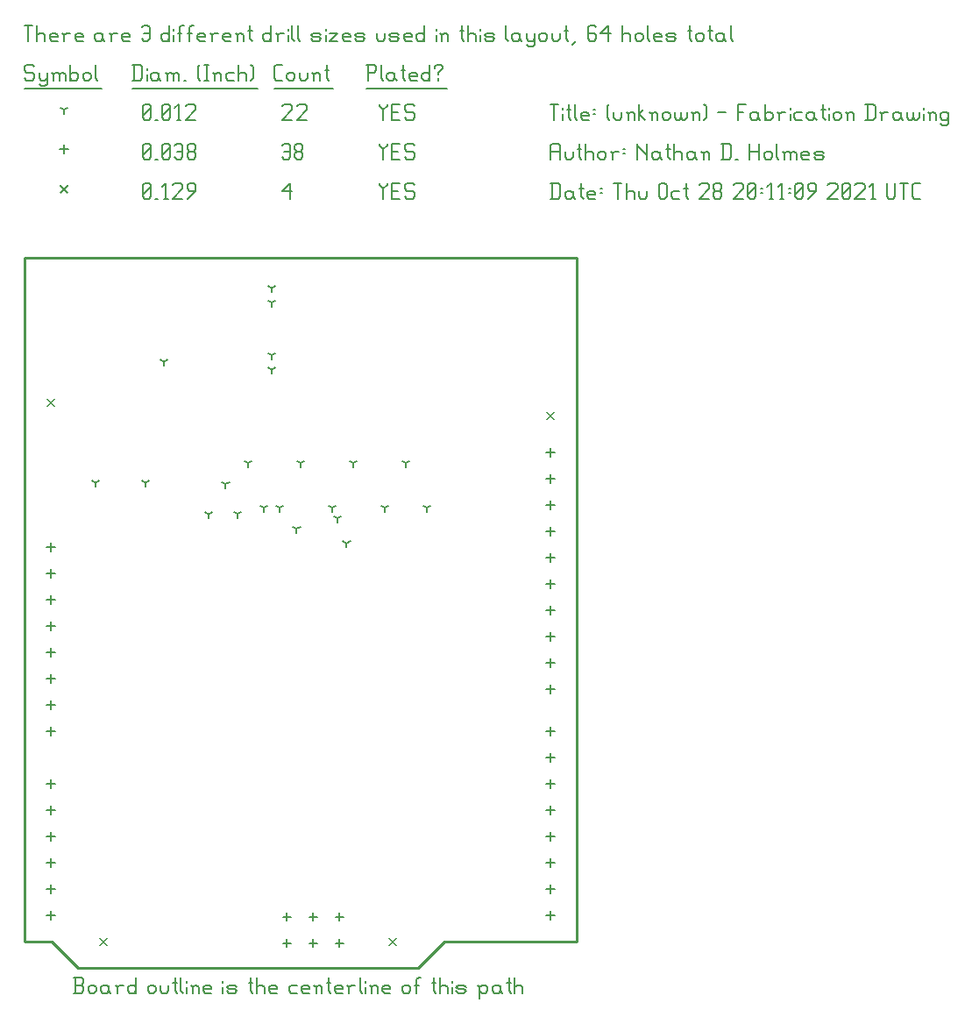
<source format=gbr>
G04 start of page 12 for group -3984 idx -3984 *
G04 Title: (unknown), fab *
G04 Creator: pcb 4.0.2 *
G04 CreationDate: Thu Oct 28 20:11:09 2021 UTC *
G04 For: ndholmes *
G04 Format: Gerber/RS-274X *
G04 PCB-Dimensions (mil): 2100.00 2700.00 *
G04 PCB-Coordinate-Origin: lower left *
%MOIN*%
%FSLAX25Y25*%
%LNFAB*%
%ADD47C,0.0100*%
%ADD46C,0.0060*%
%ADD45C,0.0001*%
G54D45*G36*
X138800Y11766D02*X141766Y8800D01*
X141200Y8234D01*
X138234Y11200D01*
X138800Y11766D01*
G37*
G36*
X138234Y8800D02*X141200Y11766D01*
X141766Y11200D01*
X138800Y8234D01*
X138234Y8800D01*
G37*
G36*
X198800Y211766D02*X201766Y208800D01*
X201200Y208234D01*
X198234Y211200D01*
X198800Y211766D01*
G37*
G36*
X198234Y208800D02*X201200Y211766D01*
X201766Y211200D01*
X198800Y208234D01*
X198234Y208800D01*
G37*
G36*
X8800Y216766D02*X11766Y213800D01*
X11200Y213234D01*
X8234Y216200D01*
X8800Y216766D01*
G37*
G36*
X8234Y213800D02*X11200Y216766D01*
X11766Y216200D01*
X8800Y213234D01*
X8234Y213800D01*
G37*
G36*
X28800Y11766D02*X31766Y8800D01*
X31200Y8234D01*
X28234Y11200D01*
X28800Y11766D01*
G37*
G36*
X28234Y8800D02*X31200Y11766D01*
X31766Y11200D01*
X28800Y8234D01*
X28234Y8800D01*
G37*
G36*
X13800Y298016D02*X16766Y295050D01*
X16200Y294484D01*
X13234Y297450D01*
X13800Y298016D01*
G37*
G36*
X13234Y295050D02*X16200Y298016D01*
X16766Y297450D01*
X13800Y294484D01*
X13234Y295050D01*
G37*
G54D46*X135000Y298500D02*Y297750D01*
X136500Y296250D01*
X138000Y297750D01*
Y298500D02*Y297750D01*
X136500Y296250D02*Y292500D01*
X139800Y295500D02*X142050D01*
X139800Y292500D02*X142800D01*
X139800Y298500D02*Y292500D01*
Y298500D02*X142800D01*
X147600D02*X148350Y297750D01*
X145350Y298500D02*X147600D01*
X144600Y297750D02*X145350Y298500D01*
X144600Y297750D02*Y296250D01*
X145350Y295500D01*
X147600D01*
X148350Y294750D01*
Y293250D01*
X147600Y292500D02*X148350Y293250D01*
X145350Y292500D02*X147600D01*
X144600Y293250D02*X145350Y292500D01*
X98000Y295500D02*X101000Y298500D01*
X98000Y295500D02*X101750D01*
X101000Y298500D02*Y292500D01*
X45000Y293250D02*X45750Y292500D01*
X45000Y297750D02*Y293250D01*
Y297750D02*X45750Y298500D01*
X47250D01*
X48000Y297750D01*
Y293250D01*
X47250Y292500D02*X48000Y293250D01*
X45750Y292500D02*X47250D01*
X45000Y294000D02*X48000Y297000D01*
X49800Y292500D02*X50550D01*
X53100D02*X54600D01*
X53850Y298500D02*Y292500D01*
X52350Y297000D02*X53850Y298500D01*
X56400Y297750D02*X57150Y298500D01*
X59400D01*
X60150Y297750D01*
Y296250D01*
X56400Y292500D02*X60150Y296250D01*
X56400Y292500D02*X60150D01*
X61950D02*X64950Y295500D01*
Y297750D02*Y295500D01*
X64200Y298500D02*X64950Y297750D01*
X62700Y298500D02*X64200D01*
X61950Y297750D02*X62700Y298500D01*
X61950Y297750D02*Y296250D01*
X62700Y295500D01*
X64950D01*
X10000Y161600D02*Y158400D01*
X8400Y160000D02*X11600D01*
X10000Y151600D02*Y148400D01*
X8400Y150000D02*X11600D01*
X10000Y141600D02*Y138400D01*
X8400Y140000D02*X11600D01*
X10000Y131600D02*Y128400D01*
X8400Y130000D02*X11600D01*
X10000Y121600D02*Y118400D01*
X8400Y120000D02*X11600D01*
X10000Y111600D02*Y108400D01*
X8400Y110000D02*X11600D01*
X10000Y101600D02*Y98400D01*
X8400Y100000D02*X11600D01*
X10000Y91600D02*Y88400D01*
X8400Y90000D02*X11600D01*
X10000Y71600D02*Y68400D01*
X8400Y70000D02*X11600D01*
X10000Y61600D02*Y58400D01*
X8400Y60000D02*X11600D01*
X10000Y51600D02*Y48400D01*
X8400Y50000D02*X11600D01*
X10000Y41600D02*Y38400D01*
X8400Y40000D02*X11600D01*
X10000Y31600D02*Y28400D01*
X8400Y30000D02*X11600D01*
X10000Y21600D02*Y18400D01*
X8400Y20000D02*X11600D01*
X200000Y21600D02*Y18400D01*
X198400Y20000D02*X201600D01*
X200000Y31600D02*Y28400D01*
X198400Y30000D02*X201600D01*
X200000Y41600D02*Y38400D01*
X198400Y40000D02*X201600D01*
X200000Y51600D02*Y48400D01*
X198400Y50000D02*X201600D01*
X200000Y61600D02*Y58400D01*
X198400Y60000D02*X201600D01*
X200000Y71600D02*Y68400D01*
X198400Y70000D02*X201600D01*
X200000Y81600D02*Y78400D01*
X198400Y80000D02*X201600D01*
X200000Y91600D02*Y88400D01*
X198400Y90000D02*X201600D01*
X200000Y107600D02*Y104400D01*
X198400Y106000D02*X201600D01*
X200000Y117600D02*Y114400D01*
X198400Y116000D02*X201600D01*
X200000Y127600D02*Y124400D01*
X198400Y126000D02*X201600D01*
X200000Y137600D02*Y134400D01*
X198400Y136000D02*X201600D01*
X200000Y147600D02*Y144400D01*
X198400Y146000D02*X201600D01*
X200000Y157600D02*Y154400D01*
X198400Y156000D02*X201600D01*
X200000Y167600D02*Y164400D01*
X198400Y166000D02*X201600D01*
X200000Y177600D02*Y174400D01*
X198400Y176000D02*X201600D01*
X200000Y187600D02*Y184400D01*
X198400Y186000D02*X201600D01*
X200000Y197600D02*Y194400D01*
X198400Y196000D02*X201600D01*
X119803Y21049D02*Y17849D01*
X118203Y19449D02*X121403D01*
X109803Y21049D02*Y17849D01*
X108203Y19449D02*X111403D01*
X99803Y21049D02*Y17849D01*
X98203Y19449D02*X101403D01*
X119803Y11049D02*Y7849D01*
X118203Y9449D02*X121403D01*
X109803Y11049D02*Y7849D01*
X108203Y9449D02*X111403D01*
X99803Y11049D02*Y7849D01*
X98203Y9449D02*X101403D01*
X15000Y312850D02*Y309650D01*
X13400Y311250D02*X16600D01*
X135000Y313500D02*Y312750D01*
X136500Y311250D01*
X138000Y312750D01*
Y313500D02*Y312750D01*
X136500Y311250D02*Y307500D01*
X139800Y310500D02*X142050D01*
X139800Y307500D02*X142800D01*
X139800Y313500D02*Y307500D01*
Y313500D02*X142800D01*
X147600D02*X148350Y312750D01*
X145350Y313500D02*X147600D01*
X144600Y312750D02*X145350Y313500D01*
X144600Y312750D02*Y311250D01*
X145350Y310500D01*
X147600D01*
X148350Y309750D01*
Y308250D01*
X147600Y307500D02*X148350Y308250D01*
X145350Y307500D02*X147600D01*
X144600Y308250D02*X145350Y307500D01*
X98000Y312750D02*X98750Y313500D01*
X100250D01*
X101000Y312750D01*
Y308250D01*
X100250Y307500D02*X101000Y308250D01*
X98750Y307500D02*X100250D01*
X98000Y308250D02*X98750Y307500D01*
Y310500D02*X101000D01*
X102800Y308250D02*X103550Y307500D01*
X102800Y309750D02*Y308250D01*
Y309750D02*X103550Y310500D01*
X105050D01*
X105800Y309750D01*
Y308250D01*
X105050Y307500D02*X105800Y308250D01*
X103550Y307500D02*X105050D01*
X102800Y311250D02*X103550Y310500D01*
X102800Y312750D02*Y311250D01*
Y312750D02*X103550Y313500D01*
X105050D01*
X105800Y312750D01*
Y311250D01*
X105050Y310500D02*X105800Y311250D01*
X45000Y308250D02*X45750Y307500D01*
X45000Y312750D02*Y308250D01*
Y312750D02*X45750Y313500D01*
X47250D01*
X48000Y312750D01*
Y308250D01*
X47250Y307500D02*X48000Y308250D01*
X45750Y307500D02*X47250D01*
X45000Y309000D02*X48000Y312000D01*
X49800Y307500D02*X50550D01*
X52350Y308250D02*X53100Y307500D01*
X52350Y312750D02*Y308250D01*
Y312750D02*X53100Y313500D01*
X54600D01*
X55350Y312750D01*
Y308250D01*
X54600Y307500D02*X55350Y308250D01*
X53100Y307500D02*X54600D01*
X52350Y309000D02*X55350Y312000D01*
X57150Y312750D02*X57900Y313500D01*
X59400D01*
X60150Y312750D01*
Y308250D01*
X59400Y307500D02*X60150Y308250D01*
X57900Y307500D02*X59400D01*
X57150Y308250D02*X57900Y307500D01*
Y310500D02*X60150D01*
X61950Y308250D02*X62700Y307500D01*
X61950Y309750D02*Y308250D01*
Y309750D02*X62700Y310500D01*
X64200D01*
X64950Y309750D01*
Y308250D01*
X64200Y307500D02*X64950Y308250D01*
X62700Y307500D02*X64200D01*
X61950Y311250D02*X62700Y310500D01*
X61950Y312750D02*Y311250D01*
Y312750D02*X62700Y313500D01*
X64200D01*
X64950Y312750D01*
Y311250D01*
X64200Y310500D02*X64950Y311250D01*
X105000Y192000D02*Y190400D01*
Y192000D02*X106387Y192800D01*
X105000Y192000D02*X103613Y192800D01*
X125000Y192000D02*Y190400D01*
Y192000D02*X126387Y192800D01*
X125000Y192000D02*X123613Y192800D01*
X145000Y192000D02*Y190400D01*
Y192000D02*X146387Y192800D01*
X145000Y192000D02*X143613Y192800D01*
X85000Y192000D02*Y190400D01*
Y192000D02*X86387Y192800D01*
X85000Y192000D02*X83613Y192800D01*
X94000Y258500D02*Y256900D01*
Y258500D02*X95387Y259300D01*
X94000Y258500D02*X92613Y259300D01*
X94000Y253000D02*Y251400D01*
Y253000D02*X95387Y253800D01*
X94000Y253000D02*X92613Y253800D01*
X94000Y227500D02*Y225900D01*
Y227500D02*X95387Y228300D01*
X94000Y227500D02*X92613Y228300D01*
X94000Y233000D02*Y231400D01*
Y233000D02*X95387Y233800D01*
X94000Y233000D02*X92613Y233800D01*
X70000Y172500D02*Y170900D01*
Y172500D02*X71387Y173300D01*
X70000Y172500D02*X68613Y173300D01*
X97000Y175000D02*Y173400D01*
Y175000D02*X98387Y175800D01*
X97000Y175000D02*X95613Y175800D01*
X117000Y175000D02*Y173400D01*
Y175000D02*X118387Y175800D01*
X117000Y175000D02*X115613Y175800D01*
X137000Y175000D02*Y173400D01*
Y175000D02*X138387Y175800D01*
X137000Y175000D02*X135613Y175800D01*
X81043Y172543D02*Y170943D01*
Y172543D02*X82430Y173343D01*
X81043Y172543D02*X79656Y173343D01*
X91000Y175000D02*Y173400D01*
Y175000D02*X92387Y175800D01*
X91000Y175000D02*X89613Y175800D01*
X119000Y171000D02*Y169400D01*
Y171000D02*X120387Y171800D01*
X119000Y171000D02*X117613Y171800D01*
X76500Y184000D02*Y182400D01*
Y184000D02*X77887Y184800D01*
X76500Y184000D02*X75113Y184800D01*
X103500Y167000D02*Y165400D01*
Y167000D02*X104887Y167800D01*
X103500Y167000D02*X102113Y167800D01*
X122500Y161500D02*Y159900D01*
Y161500D02*X123887Y162300D01*
X122500Y161500D02*X121113Y162300D01*
X153000Y175000D02*Y173400D01*
Y175000D02*X154387Y175800D01*
X153000Y175000D02*X151613Y175800D01*
X53000Y230500D02*Y228900D01*
Y230500D02*X54387Y231300D01*
X53000Y230500D02*X51613Y231300D01*
X27000Y184500D02*Y182900D01*
Y184500D02*X28387Y185300D01*
X27000Y184500D02*X25613Y185300D01*
X46000Y184500D02*Y182900D01*
Y184500D02*X47387Y185300D01*
X46000Y184500D02*X44613Y185300D01*
X15000Y326250D02*Y324650D01*
Y326250D02*X16387Y327050D01*
X15000Y326250D02*X13613Y327050D01*
X135000Y328500D02*Y327750D01*
X136500Y326250D01*
X138000Y327750D01*
Y328500D02*Y327750D01*
X136500Y326250D02*Y322500D01*
X139800Y325500D02*X142050D01*
X139800Y322500D02*X142800D01*
X139800Y328500D02*Y322500D01*
Y328500D02*X142800D01*
X147600D02*X148350Y327750D01*
X145350Y328500D02*X147600D01*
X144600Y327750D02*X145350Y328500D01*
X144600Y327750D02*Y326250D01*
X145350Y325500D01*
X147600D01*
X148350Y324750D01*
Y323250D01*
X147600Y322500D02*X148350Y323250D01*
X145350Y322500D02*X147600D01*
X144600Y323250D02*X145350Y322500D01*
X98000Y327750D02*X98750Y328500D01*
X101000D01*
X101750Y327750D01*
Y326250D01*
X98000Y322500D02*X101750Y326250D01*
X98000Y322500D02*X101750D01*
X103550Y327750D02*X104300Y328500D01*
X106550D01*
X107300Y327750D01*
Y326250D01*
X103550Y322500D02*X107300Y326250D01*
X103550Y322500D02*X107300D01*
X45000Y323250D02*X45750Y322500D01*
X45000Y327750D02*Y323250D01*
Y327750D02*X45750Y328500D01*
X47250D01*
X48000Y327750D01*
Y323250D01*
X47250Y322500D02*X48000Y323250D01*
X45750Y322500D02*X47250D01*
X45000Y324000D02*X48000Y327000D01*
X49800Y322500D02*X50550D01*
X52350Y323250D02*X53100Y322500D01*
X52350Y327750D02*Y323250D01*
Y327750D02*X53100Y328500D01*
X54600D01*
X55350Y327750D01*
Y323250D01*
X54600Y322500D02*X55350Y323250D01*
X53100Y322500D02*X54600D01*
X52350Y324000D02*X55350Y327000D01*
X57900Y322500D02*X59400D01*
X58650Y328500D02*Y322500D01*
X57150Y327000D02*X58650Y328500D01*
X61200Y327750D02*X61950Y328500D01*
X64200D01*
X64950Y327750D01*
Y326250D01*
X61200Y322500D02*X64950Y326250D01*
X61200Y322500D02*X64950D01*
X3000Y343500D02*X3750Y342750D01*
X750Y343500D02*X3000D01*
X0Y342750D02*X750Y343500D01*
X0Y342750D02*Y341250D01*
X750Y340500D01*
X3000D01*
X3750Y339750D01*
Y338250D01*
X3000Y337500D02*X3750Y338250D01*
X750Y337500D02*X3000D01*
X0Y338250D02*X750Y337500D01*
X5550Y340500D02*Y338250D01*
X6300Y337500D01*
X8550Y340500D02*Y336000D01*
X7800Y335250D02*X8550Y336000D01*
X6300Y335250D02*X7800D01*
X5550Y336000D02*X6300Y335250D01*
Y337500D02*X7800D01*
X8550Y338250D01*
X11100Y339750D02*Y337500D01*
Y339750D02*X11850Y340500D01*
X12600D01*
X13350Y339750D01*
Y337500D01*
Y339750D02*X14100Y340500D01*
X14850D01*
X15600Y339750D01*
Y337500D01*
X10350Y340500D02*X11100Y339750D01*
X17400Y343500D02*Y337500D01*
Y338250D02*X18150Y337500D01*
X19650D01*
X20400Y338250D01*
Y339750D02*Y338250D01*
X19650Y340500D02*X20400Y339750D01*
X18150Y340500D02*X19650D01*
X17400Y339750D02*X18150Y340500D01*
X22200Y339750D02*Y338250D01*
Y339750D02*X22950Y340500D01*
X24450D01*
X25200Y339750D01*
Y338250D01*
X24450Y337500D02*X25200Y338250D01*
X22950Y337500D02*X24450D01*
X22200Y338250D02*X22950Y337500D01*
X27000Y343500D02*Y338250D01*
X27750Y337500D01*
X0Y334250D02*X29250D01*
X41750Y343500D02*Y337500D01*
X44000Y343500D02*X44750Y342750D01*
Y338250D01*
X44000Y337500D02*X44750Y338250D01*
X41000Y337500D02*X44000D01*
X41000Y343500D02*X44000D01*
X46550Y342000D02*Y341250D01*
Y339750D02*Y337500D01*
X50300Y340500D02*X51050Y339750D01*
X48800Y340500D02*X50300D01*
X48050Y339750D02*X48800Y340500D01*
X48050Y339750D02*Y338250D01*
X48800Y337500D01*
X51050Y340500D02*Y338250D01*
X51800Y337500D01*
X48800D02*X50300D01*
X51050Y338250D01*
X54350Y339750D02*Y337500D01*
Y339750D02*X55100Y340500D01*
X55850D01*
X56600Y339750D01*
Y337500D01*
Y339750D02*X57350Y340500D01*
X58100D01*
X58850Y339750D01*
Y337500D01*
X53600Y340500D02*X54350Y339750D01*
X60650Y337500D02*X61400D01*
X65900Y338250D02*X66650Y337500D01*
X65900Y342750D02*X66650Y343500D01*
X65900Y342750D02*Y338250D01*
X68450Y343500D02*X69950D01*
X69200D02*Y337500D01*
X68450D02*X69950D01*
X72500Y339750D02*Y337500D01*
Y339750D02*X73250Y340500D01*
X74000D01*
X74750Y339750D01*
Y337500D01*
X71750Y340500D02*X72500Y339750D01*
X77300Y340500D02*X79550D01*
X76550Y339750D02*X77300Y340500D01*
X76550Y339750D02*Y338250D01*
X77300Y337500D01*
X79550D01*
X81350Y343500D02*Y337500D01*
Y339750D02*X82100Y340500D01*
X83600D01*
X84350Y339750D01*
Y337500D01*
X86150Y343500D02*X86900Y342750D01*
Y338250D01*
X86150Y337500D02*X86900Y338250D01*
X41000Y334250D02*X88700D01*
X95750Y337500D02*X98000D01*
X95000Y338250D02*X95750Y337500D01*
X95000Y342750D02*Y338250D01*
Y342750D02*X95750Y343500D01*
X98000D01*
X99800Y339750D02*Y338250D01*
Y339750D02*X100550Y340500D01*
X102050D01*
X102800Y339750D01*
Y338250D01*
X102050Y337500D02*X102800Y338250D01*
X100550Y337500D02*X102050D01*
X99800Y338250D02*X100550Y337500D01*
X104600Y340500D02*Y338250D01*
X105350Y337500D01*
X106850D01*
X107600Y338250D01*
Y340500D02*Y338250D01*
X110150Y339750D02*Y337500D01*
Y339750D02*X110900Y340500D01*
X111650D01*
X112400Y339750D01*
Y337500D01*
X109400Y340500D02*X110150Y339750D01*
X114950Y343500D02*Y338250D01*
X115700Y337500D01*
X114200Y341250D02*X115700D01*
X95000Y334250D02*X117200D01*
X130750Y343500D02*Y337500D01*
X130000Y343500D02*X133000D01*
X133750Y342750D01*
Y341250D01*
X133000Y340500D02*X133750Y341250D01*
X130750Y340500D02*X133000D01*
X135550Y343500D02*Y338250D01*
X136300Y337500D01*
X140050Y340500D02*X140800Y339750D01*
X138550Y340500D02*X140050D01*
X137800Y339750D02*X138550Y340500D01*
X137800Y339750D02*Y338250D01*
X138550Y337500D01*
X140800Y340500D02*Y338250D01*
X141550Y337500D01*
X138550D02*X140050D01*
X140800Y338250D01*
X144100Y343500D02*Y338250D01*
X144850Y337500D01*
X143350Y341250D02*X144850D01*
X147100Y337500D02*X149350D01*
X146350Y338250D02*X147100Y337500D01*
X146350Y339750D02*Y338250D01*
Y339750D02*X147100Y340500D01*
X148600D01*
X149350Y339750D01*
X146350Y339000D02*X149350D01*
Y339750D02*Y339000D01*
X154150Y343500D02*Y337500D01*
X153400D02*X154150Y338250D01*
X151900Y337500D02*X153400D01*
X151150Y338250D02*X151900Y337500D01*
X151150Y339750D02*Y338250D01*
Y339750D02*X151900Y340500D01*
X153400D01*
X154150Y339750D01*
X157450Y340500D02*Y339750D01*
Y338250D02*Y337500D01*
X155950Y342750D02*Y342000D01*
Y342750D02*X156700Y343500D01*
X158200D01*
X158950Y342750D01*
Y342000D01*
X157450Y340500D02*X158950Y342000D01*
X130000Y334250D02*X160750D01*
X0Y358500D02*X3000D01*
X1500D02*Y352500D01*
X4800Y358500D02*Y352500D01*
Y354750D02*X5550Y355500D01*
X7050D01*
X7800Y354750D01*
Y352500D01*
X10350D02*X12600D01*
X9600Y353250D02*X10350Y352500D01*
X9600Y354750D02*Y353250D01*
Y354750D02*X10350Y355500D01*
X11850D01*
X12600Y354750D01*
X9600Y354000D02*X12600D01*
Y354750D02*Y354000D01*
X15150Y354750D02*Y352500D01*
Y354750D02*X15900Y355500D01*
X17400D01*
X14400D02*X15150Y354750D01*
X19950Y352500D02*X22200D01*
X19200Y353250D02*X19950Y352500D01*
X19200Y354750D02*Y353250D01*
Y354750D02*X19950Y355500D01*
X21450D01*
X22200Y354750D01*
X19200Y354000D02*X22200D01*
Y354750D02*Y354000D01*
X28950Y355500D02*X29700Y354750D01*
X27450Y355500D02*X28950D01*
X26700Y354750D02*X27450Y355500D01*
X26700Y354750D02*Y353250D01*
X27450Y352500D01*
X29700Y355500D02*Y353250D01*
X30450Y352500D01*
X27450D02*X28950D01*
X29700Y353250D01*
X33000Y354750D02*Y352500D01*
Y354750D02*X33750Y355500D01*
X35250D01*
X32250D02*X33000Y354750D01*
X37800Y352500D02*X40050D01*
X37050Y353250D02*X37800Y352500D01*
X37050Y354750D02*Y353250D01*
Y354750D02*X37800Y355500D01*
X39300D01*
X40050Y354750D01*
X37050Y354000D02*X40050D01*
Y354750D02*Y354000D01*
X44550Y357750D02*X45300Y358500D01*
X46800D01*
X47550Y357750D01*
Y353250D01*
X46800Y352500D02*X47550Y353250D01*
X45300Y352500D02*X46800D01*
X44550Y353250D02*X45300Y352500D01*
Y355500D02*X47550D01*
X55050Y358500D02*Y352500D01*
X54300D02*X55050Y353250D01*
X52800Y352500D02*X54300D01*
X52050Y353250D02*X52800Y352500D01*
X52050Y354750D02*Y353250D01*
Y354750D02*X52800Y355500D01*
X54300D01*
X55050Y354750D01*
X56850Y357000D02*Y356250D01*
Y354750D02*Y352500D01*
X59100Y357750D02*Y352500D01*
Y357750D02*X59850Y358500D01*
X60600D01*
X58350Y355500D02*X59850D01*
X62850Y357750D02*Y352500D01*
Y357750D02*X63600Y358500D01*
X64350D01*
X62100Y355500D02*X63600D01*
X66600Y352500D02*X68850D01*
X65850Y353250D02*X66600Y352500D01*
X65850Y354750D02*Y353250D01*
Y354750D02*X66600Y355500D01*
X68100D01*
X68850Y354750D01*
X65850Y354000D02*X68850D01*
Y354750D02*Y354000D01*
X71400Y354750D02*Y352500D01*
Y354750D02*X72150Y355500D01*
X73650D01*
X70650D02*X71400Y354750D01*
X76200Y352500D02*X78450D01*
X75450Y353250D02*X76200Y352500D01*
X75450Y354750D02*Y353250D01*
Y354750D02*X76200Y355500D01*
X77700D01*
X78450Y354750D01*
X75450Y354000D02*X78450D01*
Y354750D02*Y354000D01*
X81000Y354750D02*Y352500D01*
Y354750D02*X81750Y355500D01*
X82500D01*
X83250Y354750D01*
Y352500D01*
X80250Y355500D02*X81000Y354750D01*
X85800Y358500D02*Y353250D01*
X86550Y352500D01*
X85050Y356250D02*X86550D01*
X93750Y358500D02*Y352500D01*
X93000D02*X93750Y353250D01*
X91500Y352500D02*X93000D01*
X90750Y353250D02*X91500Y352500D01*
X90750Y354750D02*Y353250D01*
Y354750D02*X91500Y355500D01*
X93000D01*
X93750Y354750D01*
X96300D02*Y352500D01*
Y354750D02*X97050Y355500D01*
X98550D01*
X95550D02*X96300Y354750D01*
X100350Y357000D02*Y356250D01*
Y354750D02*Y352500D01*
X101850Y358500D02*Y353250D01*
X102600Y352500D01*
X104100Y358500D02*Y353250D01*
X104850Y352500D01*
X109800D02*X112050D01*
X112800Y353250D01*
X112050Y354000D02*X112800Y353250D01*
X109800Y354000D02*X112050D01*
X109050Y354750D02*X109800Y354000D01*
X109050Y354750D02*X109800Y355500D01*
X112050D01*
X112800Y354750D01*
X109050Y353250D02*X109800Y352500D01*
X114600Y357000D02*Y356250D01*
Y354750D02*Y352500D01*
X116100Y355500D02*X119100D01*
X116100Y352500D02*X119100Y355500D01*
X116100Y352500D02*X119100D01*
X121650D02*X123900D01*
X120900Y353250D02*X121650Y352500D01*
X120900Y354750D02*Y353250D01*
Y354750D02*X121650Y355500D01*
X123150D01*
X123900Y354750D01*
X120900Y354000D02*X123900D01*
Y354750D02*Y354000D01*
X126450Y352500D02*X128700D01*
X129450Y353250D01*
X128700Y354000D02*X129450Y353250D01*
X126450Y354000D02*X128700D01*
X125700Y354750D02*X126450Y354000D01*
X125700Y354750D02*X126450Y355500D01*
X128700D01*
X129450Y354750D01*
X125700Y353250D02*X126450Y352500D01*
X133950Y355500D02*Y353250D01*
X134700Y352500D01*
X136200D01*
X136950Y353250D01*
Y355500D02*Y353250D01*
X139500Y352500D02*X141750D01*
X142500Y353250D01*
X141750Y354000D02*X142500Y353250D01*
X139500Y354000D02*X141750D01*
X138750Y354750D02*X139500Y354000D01*
X138750Y354750D02*X139500Y355500D01*
X141750D01*
X142500Y354750D01*
X138750Y353250D02*X139500Y352500D01*
X145050D02*X147300D01*
X144300Y353250D02*X145050Y352500D01*
X144300Y354750D02*Y353250D01*
Y354750D02*X145050Y355500D01*
X146550D01*
X147300Y354750D01*
X144300Y354000D02*X147300D01*
Y354750D02*Y354000D01*
X152100Y358500D02*Y352500D01*
X151350D02*X152100Y353250D01*
X149850Y352500D02*X151350D01*
X149100Y353250D02*X149850Y352500D01*
X149100Y354750D02*Y353250D01*
Y354750D02*X149850Y355500D01*
X151350D01*
X152100Y354750D01*
X156600Y357000D02*Y356250D01*
Y354750D02*Y352500D01*
X158850Y354750D02*Y352500D01*
Y354750D02*X159600Y355500D01*
X160350D01*
X161100Y354750D01*
Y352500D01*
X158100Y355500D02*X158850Y354750D01*
X166350Y358500D02*Y353250D01*
X167100Y352500D01*
X165600Y356250D02*X167100D01*
X168600Y358500D02*Y352500D01*
Y354750D02*X169350Y355500D01*
X170850D01*
X171600Y354750D01*
Y352500D01*
X173400Y357000D02*Y356250D01*
Y354750D02*Y352500D01*
X175650D02*X177900D01*
X178650Y353250D01*
X177900Y354000D02*X178650Y353250D01*
X175650Y354000D02*X177900D01*
X174900Y354750D02*X175650Y354000D01*
X174900Y354750D02*X175650Y355500D01*
X177900D01*
X178650Y354750D01*
X174900Y353250D02*X175650Y352500D01*
X183150Y358500D02*Y353250D01*
X183900Y352500D01*
X187650Y355500D02*X188400Y354750D01*
X186150Y355500D02*X187650D01*
X185400Y354750D02*X186150Y355500D01*
X185400Y354750D02*Y353250D01*
X186150Y352500D01*
X188400Y355500D02*Y353250D01*
X189150Y352500D01*
X186150D02*X187650D01*
X188400Y353250D01*
X190950Y355500D02*Y353250D01*
X191700Y352500D01*
X193950Y355500D02*Y351000D01*
X193200Y350250D02*X193950Y351000D01*
X191700Y350250D02*X193200D01*
X190950Y351000D02*X191700Y350250D01*
Y352500D02*X193200D01*
X193950Y353250D01*
X195750Y354750D02*Y353250D01*
Y354750D02*X196500Y355500D01*
X198000D01*
X198750Y354750D01*
Y353250D01*
X198000Y352500D02*X198750Y353250D01*
X196500Y352500D02*X198000D01*
X195750Y353250D02*X196500Y352500D01*
X200550Y355500D02*Y353250D01*
X201300Y352500D01*
X202800D01*
X203550Y353250D01*
Y355500D02*Y353250D01*
X206100Y358500D02*Y353250D01*
X206850Y352500D01*
X205350Y356250D02*X206850D01*
X208350Y351000D02*X209850Y352500D01*
X216600Y358500D02*X217350Y357750D01*
X215100Y358500D02*X216600D01*
X214350Y357750D02*X215100Y358500D01*
X214350Y357750D02*Y353250D01*
X215100Y352500D01*
X216600Y355500D02*X217350Y354750D01*
X214350Y355500D02*X216600D01*
X215100Y352500D02*X216600D01*
X217350Y353250D01*
Y354750D02*Y353250D01*
X219150Y355500D02*X222150Y358500D01*
X219150Y355500D02*X222900D01*
X222150Y358500D02*Y352500D01*
X227400Y358500D02*Y352500D01*
Y354750D02*X228150Y355500D01*
X229650D01*
X230400Y354750D01*
Y352500D01*
X232200Y354750D02*Y353250D01*
Y354750D02*X232950Y355500D01*
X234450D01*
X235200Y354750D01*
Y353250D01*
X234450Y352500D02*X235200Y353250D01*
X232950Y352500D02*X234450D01*
X232200Y353250D02*X232950Y352500D01*
X237000Y358500D02*Y353250D01*
X237750Y352500D01*
X240000D02*X242250D01*
X239250Y353250D02*X240000Y352500D01*
X239250Y354750D02*Y353250D01*
Y354750D02*X240000Y355500D01*
X241500D01*
X242250Y354750D01*
X239250Y354000D02*X242250D01*
Y354750D02*Y354000D01*
X244800Y352500D02*X247050D01*
X247800Y353250D01*
X247050Y354000D02*X247800Y353250D01*
X244800Y354000D02*X247050D01*
X244050Y354750D02*X244800Y354000D01*
X244050Y354750D02*X244800Y355500D01*
X247050D01*
X247800Y354750D01*
X244050Y353250D02*X244800Y352500D01*
X253050Y358500D02*Y353250D01*
X253800Y352500D01*
X252300Y356250D02*X253800D01*
X255300Y354750D02*Y353250D01*
Y354750D02*X256050Y355500D01*
X257550D01*
X258300Y354750D01*
Y353250D01*
X257550Y352500D02*X258300Y353250D01*
X256050Y352500D02*X257550D01*
X255300Y353250D02*X256050Y352500D01*
X260850Y358500D02*Y353250D01*
X261600Y352500D01*
X260100Y356250D02*X261600D01*
X265350Y355500D02*X266100Y354750D01*
X263850Y355500D02*X265350D01*
X263100Y354750D02*X263850Y355500D01*
X263100Y354750D02*Y353250D01*
X263850Y352500D01*
X266100Y355500D02*Y353250D01*
X266850Y352500D01*
X263850D02*X265350D01*
X266100Y353250D01*
X268650Y358500D02*Y353250D01*
X269400Y352500D01*
G54D47*X0Y270000D02*Y10000D01*
X210000D02*Y270000D01*
X0D01*
Y10000D02*X10300D01*
X20300Y0D01*
X149700D01*
X159700Y10000D01*
X210000D01*
G54D46*X18675Y-9500D02*X21675D01*
X22425Y-8750D01*
Y-7250D02*Y-8750D01*
X21675Y-6500D02*X22425Y-7250D01*
X19425Y-6500D02*X21675D01*
X19425Y-3500D02*Y-9500D01*
X18675Y-3500D02*X21675D01*
X22425Y-4250D01*
Y-5750D01*
X21675Y-6500D02*X22425Y-5750D01*
X24225Y-7250D02*Y-8750D01*
Y-7250D02*X24975Y-6500D01*
X26475D01*
X27225Y-7250D01*
Y-8750D01*
X26475Y-9500D02*X27225Y-8750D01*
X24975Y-9500D02*X26475D01*
X24225Y-8750D02*X24975Y-9500D01*
X31275Y-6500D02*X32025Y-7250D01*
X29775Y-6500D02*X31275D01*
X29025Y-7250D02*X29775Y-6500D01*
X29025Y-7250D02*Y-8750D01*
X29775Y-9500D01*
X32025Y-6500D02*Y-8750D01*
X32775Y-9500D01*
X29775D02*X31275D01*
X32025Y-8750D01*
X35325Y-7250D02*Y-9500D01*
Y-7250D02*X36075Y-6500D01*
X37575D01*
X34575D02*X35325Y-7250D01*
X42375Y-3500D02*Y-9500D01*
X41625D02*X42375Y-8750D01*
X40125Y-9500D02*X41625D01*
X39375Y-8750D02*X40125Y-9500D01*
X39375Y-7250D02*Y-8750D01*
Y-7250D02*X40125Y-6500D01*
X41625D01*
X42375Y-7250D01*
X46875D02*Y-8750D01*
Y-7250D02*X47625Y-6500D01*
X49125D01*
X49875Y-7250D01*
Y-8750D01*
X49125Y-9500D02*X49875Y-8750D01*
X47625Y-9500D02*X49125D01*
X46875Y-8750D02*X47625Y-9500D01*
X51675Y-6500D02*Y-8750D01*
X52425Y-9500D01*
X53925D01*
X54675Y-8750D01*
Y-6500D02*Y-8750D01*
X57225Y-3500D02*Y-8750D01*
X57975Y-9500D01*
X56475Y-5750D02*X57975D01*
X59475Y-3500D02*Y-8750D01*
X60225Y-9500D01*
X61725Y-5000D02*Y-5750D01*
Y-7250D02*Y-9500D01*
X63975Y-7250D02*Y-9500D01*
Y-7250D02*X64725Y-6500D01*
X65475D01*
X66225Y-7250D01*
Y-9500D01*
X63225Y-6500D02*X63975Y-7250D01*
X68775Y-9500D02*X71025D01*
X68025Y-8750D02*X68775Y-9500D01*
X68025Y-7250D02*Y-8750D01*
Y-7250D02*X68775Y-6500D01*
X70275D01*
X71025Y-7250D01*
X68025Y-8000D02*X71025D01*
Y-7250D02*Y-8000D01*
X75525Y-5000D02*Y-5750D01*
Y-7250D02*Y-9500D01*
X77775D02*X80025D01*
X80775Y-8750D01*
X80025Y-8000D02*X80775Y-8750D01*
X77775Y-8000D02*X80025D01*
X77025Y-7250D02*X77775Y-8000D01*
X77025Y-7250D02*X77775Y-6500D01*
X80025D01*
X80775Y-7250D01*
X77025Y-8750D02*X77775Y-9500D01*
X86025Y-3500D02*Y-8750D01*
X86775Y-9500D01*
X85275Y-5750D02*X86775D01*
X88275Y-3500D02*Y-9500D01*
Y-7250D02*X89025Y-6500D01*
X90525D01*
X91275Y-7250D01*
Y-9500D01*
X93825D02*X96075D01*
X93075Y-8750D02*X93825Y-9500D01*
X93075Y-7250D02*Y-8750D01*
Y-7250D02*X93825Y-6500D01*
X95325D01*
X96075Y-7250D01*
X93075Y-8000D02*X96075D01*
Y-7250D02*Y-8000D01*
X101325Y-6500D02*X103575D01*
X100575Y-7250D02*X101325Y-6500D01*
X100575Y-7250D02*Y-8750D01*
X101325Y-9500D01*
X103575D01*
X106125D02*X108375D01*
X105375Y-8750D02*X106125Y-9500D01*
X105375Y-7250D02*Y-8750D01*
Y-7250D02*X106125Y-6500D01*
X107625D01*
X108375Y-7250D01*
X105375Y-8000D02*X108375D01*
Y-7250D02*Y-8000D01*
X110925Y-7250D02*Y-9500D01*
Y-7250D02*X111675Y-6500D01*
X112425D01*
X113175Y-7250D01*
Y-9500D01*
X110175Y-6500D02*X110925Y-7250D01*
X115725Y-3500D02*Y-8750D01*
X116475Y-9500D01*
X114975Y-5750D02*X116475D01*
X118725Y-9500D02*X120975D01*
X117975Y-8750D02*X118725Y-9500D01*
X117975Y-7250D02*Y-8750D01*
Y-7250D02*X118725Y-6500D01*
X120225D01*
X120975Y-7250D01*
X117975Y-8000D02*X120975D01*
Y-7250D02*Y-8000D01*
X123525Y-7250D02*Y-9500D01*
Y-7250D02*X124275Y-6500D01*
X125775D01*
X122775D02*X123525Y-7250D01*
X127575Y-3500D02*Y-8750D01*
X128325Y-9500D01*
X129825Y-5000D02*Y-5750D01*
Y-7250D02*Y-9500D01*
X132075Y-7250D02*Y-9500D01*
Y-7250D02*X132825Y-6500D01*
X133575D01*
X134325Y-7250D01*
Y-9500D01*
X131325Y-6500D02*X132075Y-7250D01*
X136875Y-9500D02*X139125D01*
X136125Y-8750D02*X136875Y-9500D01*
X136125Y-7250D02*Y-8750D01*
Y-7250D02*X136875Y-6500D01*
X138375D01*
X139125Y-7250D01*
X136125Y-8000D02*X139125D01*
Y-7250D02*Y-8000D01*
X143625Y-7250D02*Y-8750D01*
Y-7250D02*X144375Y-6500D01*
X145875D01*
X146625Y-7250D01*
Y-8750D01*
X145875Y-9500D02*X146625Y-8750D01*
X144375Y-9500D02*X145875D01*
X143625Y-8750D02*X144375Y-9500D01*
X149175Y-4250D02*Y-9500D01*
Y-4250D02*X149925Y-3500D01*
X150675D01*
X148425Y-6500D02*X149925D01*
X155625Y-3500D02*Y-8750D01*
X156375Y-9500D01*
X154875Y-5750D02*X156375D01*
X157875Y-3500D02*Y-9500D01*
Y-7250D02*X158625Y-6500D01*
X160125D01*
X160875Y-7250D01*
Y-9500D01*
X162675Y-5000D02*Y-5750D01*
Y-7250D02*Y-9500D01*
X164925D02*X167175D01*
X167925Y-8750D01*
X167175Y-8000D02*X167925Y-8750D01*
X164925Y-8000D02*X167175D01*
X164175Y-7250D02*X164925Y-8000D01*
X164175Y-7250D02*X164925Y-6500D01*
X167175D01*
X167925Y-7250D01*
X164175Y-8750D02*X164925Y-9500D01*
X173175Y-7250D02*Y-11750D01*
X172425Y-6500D02*X173175Y-7250D01*
X173925Y-6500D01*
X175425D01*
X176175Y-7250D01*
Y-8750D01*
X175425Y-9500D02*X176175Y-8750D01*
X173925Y-9500D02*X175425D01*
X173175Y-8750D02*X173925Y-9500D01*
X180225Y-6500D02*X180975Y-7250D01*
X178725Y-6500D02*X180225D01*
X177975Y-7250D02*X178725Y-6500D01*
X177975Y-7250D02*Y-8750D01*
X178725Y-9500D01*
X180975Y-6500D02*Y-8750D01*
X181725Y-9500D01*
X178725D02*X180225D01*
X180975Y-8750D01*
X184275Y-3500D02*Y-8750D01*
X185025Y-9500D01*
X183525Y-5750D02*X185025D01*
X186525Y-3500D02*Y-9500D01*
Y-7250D02*X187275Y-6500D01*
X188775D01*
X189525Y-7250D01*
Y-9500D01*
X200750Y298500D02*Y292500D01*
X203000Y298500D02*X203750Y297750D01*
Y293250D01*
X203000Y292500D02*X203750Y293250D01*
X200000Y292500D02*X203000D01*
X200000Y298500D02*X203000D01*
X207800Y295500D02*X208550Y294750D01*
X206300Y295500D02*X207800D01*
X205550Y294750D02*X206300Y295500D01*
X205550Y294750D02*Y293250D01*
X206300Y292500D01*
X208550Y295500D02*Y293250D01*
X209300Y292500D01*
X206300D02*X207800D01*
X208550Y293250D01*
X211850Y298500D02*Y293250D01*
X212600Y292500D01*
X211100Y296250D02*X212600D01*
X214850Y292500D02*X217100D01*
X214100Y293250D02*X214850Y292500D01*
X214100Y294750D02*Y293250D01*
Y294750D02*X214850Y295500D01*
X216350D01*
X217100Y294750D01*
X214100Y294000D02*X217100D01*
Y294750D02*Y294000D01*
X218900Y296250D02*X219650D01*
X218900Y294750D02*X219650D01*
X224150Y298500D02*X227150D01*
X225650D02*Y292500D01*
X228950Y298500D02*Y292500D01*
Y294750D02*X229700Y295500D01*
X231200D01*
X231950Y294750D01*
Y292500D01*
X233750Y295500D02*Y293250D01*
X234500Y292500D01*
X236000D01*
X236750Y293250D01*
Y295500D02*Y293250D01*
X241250Y297750D02*Y293250D01*
Y297750D02*X242000Y298500D01*
X243500D01*
X244250Y297750D01*
Y293250D01*
X243500Y292500D02*X244250Y293250D01*
X242000Y292500D02*X243500D01*
X241250Y293250D02*X242000Y292500D01*
X246800Y295500D02*X249050D01*
X246050Y294750D02*X246800Y295500D01*
X246050Y294750D02*Y293250D01*
X246800Y292500D01*
X249050D01*
X251600Y298500D02*Y293250D01*
X252350Y292500D01*
X250850Y296250D02*X252350D01*
X256550Y297750D02*X257300Y298500D01*
X259550D01*
X260300Y297750D01*
Y296250D01*
X256550Y292500D02*X260300Y296250D01*
X256550Y292500D02*X260300D01*
X262100Y293250D02*X262850Y292500D01*
X262100Y294750D02*Y293250D01*
Y294750D02*X262850Y295500D01*
X264350D01*
X265100Y294750D01*
Y293250D01*
X264350Y292500D02*X265100Y293250D01*
X262850Y292500D02*X264350D01*
X262100Y296250D02*X262850Y295500D01*
X262100Y297750D02*Y296250D01*
Y297750D02*X262850Y298500D01*
X264350D01*
X265100Y297750D01*
Y296250D01*
X264350Y295500D02*X265100Y296250D01*
X269600Y297750D02*X270350Y298500D01*
X272600D01*
X273350Y297750D01*
Y296250D01*
X269600Y292500D02*X273350Y296250D01*
X269600Y292500D02*X273350D01*
X275150Y293250D02*X275900Y292500D01*
X275150Y297750D02*Y293250D01*
Y297750D02*X275900Y298500D01*
X277400D01*
X278150Y297750D01*
Y293250D01*
X277400Y292500D02*X278150Y293250D01*
X275900Y292500D02*X277400D01*
X275150Y294000D02*X278150Y297000D01*
X279950Y296250D02*X280700D01*
X279950Y294750D02*X280700D01*
X283250Y292500D02*X284750D01*
X284000Y298500D02*Y292500D01*
X282500Y297000D02*X284000Y298500D01*
X287300Y292500D02*X288800D01*
X288050Y298500D02*Y292500D01*
X286550Y297000D02*X288050Y298500D01*
X290600Y296250D02*X291350D01*
X290600Y294750D02*X291350D01*
X293150Y293250D02*X293900Y292500D01*
X293150Y297750D02*Y293250D01*
Y297750D02*X293900Y298500D01*
X295400D01*
X296150Y297750D01*
Y293250D01*
X295400Y292500D02*X296150Y293250D01*
X293900Y292500D02*X295400D01*
X293150Y294000D02*X296150Y297000D01*
X297950Y292500D02*X300950Y295500D01*
Y297750D02*Y295500D01*
X300200Y298500D02*X300950Y297750D01*
X298700Y298500D02*X300200D01*
X297950Y297750D02*X298700Y298500D01*
X297950Y297750D02*Y296250D01*
X298700Y295500D01*
X300950D01*
X305450Y297750D02*X306200Y298500D01*
X308450D01*
X309200Y297750D01*
Y296250D01*
X305450Y292500D02*X309200Y296250D01*
X305450Y292500D02*X309200D01*
X311000Y293250D02*X311750Y292500D01*
X311000Y297750D02*Y293250D01*
Y297750D02*X311750Y298500D01*
X313250D01*
X314000Y297750D01*
Y293250D01*
X313250Y292500D02*X314000Y293250D01*
X311750Y292500D02*X313250D01*
X311000Y294000D02*X314000Y297000D01*
X315800Y297750D02*X316550Y298500D01*
X318800D01*
X319550Y297750D01*
Y296250D01*
X315800Y292500D02*X319550Y296250D01*
X315800Y292500D02*X319550D01*
X322100D02*X323600D01*
X322850Y298500D02*Y292500D01*
X321350Y297000D02*X322850Y298500D01*
X328100D02*Y293250D01*
X328850Y292500D01*
X330350D01*
X331100Y293250D01*
Y298500D02*Y293250D01*
X332900Y298500D02*X335900D01*
X334400D02*Y292500D01*
X338450D02*X340700D01*
X337700Y293250D02*X338450Y292500D01*
X337700Y297750D02*Y293250D01*
Y297750D02*X338450Y298500D01*
X340700D01*
X200000Y312750D02*Y307500D01*
Y312750D02*X200750Y313500D01*
X203000D01*
X203750Y312750D01*
Y307500D01*
X200000Y310500D02*X203750D01*
X205550D02*Y308250D01*
X206300Y307500D01*
X207800D01*
X208550Y308250D01*
Y310500D02*Y308250D01*
X211100Y313500D02*Y308250D01*
X211850Y307500D01*
X210350Y311250D02*X211850D01*
X213350Y313500D02*Y307500D01*
Y309750D02*X214100Y310500D01*
X215600D01*
X216350Y309750D01*
Y307500D01*
X218150Y309750D02*Y308250D01*
Y309750D02*X218900Y310500D01*
X220400D01*
X221150Y309750D01*
Y308250D01*
X220400Y307500D02*X221150Y308250D01*
X218900Y307500D02*X220400D01*
X218150Y308250D02*X218900Y307500D01*
X223700Y309750D02*Y307500D01*
Y309750D02*X224450Y310500D01*
X225950D01*
X222950D02*X223700Y309750D01*
X227750Y311250D02*X228500D01*
X227750Y309750D02*X228500D01*
X233000Y313500D02*Y307500D01*
Y313500D02*Y312750D01*
X236750Y309000D01*
Y313500D02*Y307500D01*
X240800Y310500D02*X241550Y309750D01*
X239300Y310500D02*X240800D01*
X238550Y309750D02*X239300Y310500D01*
X238550Y309750D02*Y308250D01*
X239300Y307500D01*
X241550Y310500D02*Y308250D01*
X242300Y307500D01*
X239300D02*X240800D01*
X241550Y308250D01*
X244850Y313500D02*Y308250D01*
X245600Y307500D01*
X244100Y311250D02*X245600D01*
X247100Y313500D02*Y307500D01*
Y309750D02*X247850Y310500D01*
X249350D01*
X250100Y309750D01*
Y307500D01*
X254150Y310500D02*X254900Y309750D01*
X252650Y310500D02*X254150D01*
X251900Y309750D02*X252650Y310500D01*
X251900Y309750D02*Y308250D01*
X252650Y307500D01*
X254900Y310500D02*Y308250D01*
X255650Y307500D01*
X252650D02*X254150D01*
X254900Y308250D01*
X258200Y309750D02*Y307500D01*
Y309750D02*X258950Y310500D01*
X259700D01*
X260450Y309750D01*
Y307500D01*
X257450Y310500D02*X258200Y309750D01*
X265700Y313500D02*Y307500D01*
X267950Y313500D02*X268700Y312750D01*
Y308250D01*
X267950Y307500D02*X268700Y308250D01*
X264950Y307500D02*X267950D01*
X264950Y313500D02*X267950D01*
X270500Y307500D02*X271250D01*
X275750Y313500D02*Y307500D01*
X279500Y313500D02*Y307500D01*
X275750Y310500D02*X279500D01*
X281300Y309750D02*Y308250D01*
Y309750D02*X282050Y310500D01*
X283550D01*
X284300Y309750D01*
Y308250D01*
X283550Y307500D02*X284300Y308250D01*
X282050Y307500D02*X283550D01*
X281300Y308250D02*X282050Y307500D01*
X286100Y313500D02*Y308250D01*
X286850Y307500D01*
X289100Y309750D02*Y307500D01*
Y309750D02*X289850Y310500D01*
X290600D01*
X291350Y309750D01*
Y307500D01*
Y309750D02*X292100Y310500D01*
X292850D01*
X293600Y309750D01*
Y307500D01*
X288350Y310500D02*X289100Y309750D01*
X296150Y307500D02*X298400D01*
X295400Y308250D02*X296150Y307500D01*
X295400Y309750D02*Y308250D01*
Y309750D02*X296150Y310500D01*
X297650D01*
X298400Y309750D01*
X295400Y309000D02*X298400D01*
Y309750D02*Y309000D01*
X300950Y307500D02*X303200D01*
X303950Y308250D01*
X303200Y309000D02*X303950Y308250D01*
X300950Y309000D02*X303200D01*
X300200Y309750D02*X300950Y309000D01*
X300200Y309750D02*X300950Y310500D01*
X303200D01*
X303950Y309750D01*
X300200Y308250D02*X300950Y307500D01*
X200000Y328500D02*X203000D01*
X201500D02*Y322500D01*
X204800Y327000D02*Y326250D01*
Y324750D02*Y322500D01*
X207050Y328500D02*Y323250D01*
X207800Y322500D01*
X206300Y326250D02*X207800D01*
X209300Y328500D02*Y323250D01*
X210050Y322500D01*
X212300D02*X214550D01*
X211550Y323250D02*X212300Y322500D01*
X211550Y324750D02*Y323250D01*
Y324750D02*X212300Y325500D01*
X213800D01*
X214550Y324750D01*
X211550Y324000D02*X214550D01*
Y324750D02*Y324000D01*
X216350Y326250D02*X217100D01*
X216350Y324750D02*X217100D01*
X221600Y323250D02*X222350Y322500D01*
X221600Y327750D02*X222350Y328500D01*
X221600Y327750D02*Y323250D01*
X224150Y325500D02*Y323250D01*
X224900Y322500D01*
X226400D01*
X227150Y323250D01*
Y325500D02*Y323250D01*
X229700Y324750D02*Y322500D01*
Y324750D02*X230450Y325500D01*
X231200D01*
X231950Y324750D01*
Y322500D01*
X228950Y325500D02*X229700Y324750D01*
X233750Y328500D02*Y322500D01*
Y324750D02*X236000Y322500D01*
X233750Y324750D02*X235250Y326250D01*
X238550Y324750D02*Y322500D01*
Y324750D02*X239300Y325500D01*
X240050D01*
X240800Y324750D01*
Y322500D01*
X237800Y325500D02*X238550Y324750D01*
X242600D02*Y323250D01*
Y324750D02*X243350Y325500D01*
X244850D01*
X245600Y324750D01*
Y323250D01*
X244850Y322500D02*X245600Y323250D01*
X243350Y322500D02*X244850D01*
X242600Y323250D02*X243350Y322500D01*
X247400Y325500D02*Y323250D01*
X248150Y322500D01*
X248900D01*
X249650Y323250D01*
Y325500D02*Y323250D01*
X250400Y322500D01*
X251150D01*
X251900Y323250D01*
Y325500D02*Y323250D01*
X254450Y324750D02*Y322500D01*
Y324750D02*X255200Y325500D01*
X255950D01*
X256700Y324750D01*
Y322500D01*
X253700Y325500D02*X254450Y324750D01*
X258500Y328500D02*X259250Y327750D01*
Y323250D01*
X258500Y322500D02*X259250Y323250D01*
X263750Y325500D02*X266750D01*
X271250Y328500D02*Y322500D01*
Y328500D02*X274250D01*
X271250Y325500D02*X273500D01*
X278300D02*X279050Y324750D01*
X276800Y325500D02*X278300D01*
X276050Y324750D02*X276800Y325500D01*
X276050Y324750D02*Y323250D01*
X276800Y322500D01*
X279050Y325500D02*Y323250D01*
X279800Y322500D01*
X276800D02*X278300D01*
X279050Y323250D01*
X281600Y328500D02*Y322500D01*
Y323250D02*X282350Y322500D01*
X283850D01*
X284600Y323250D01*
Y324750D02*Y323250D01*
X283850Y325500D02*X284600Y324750D01*
X282350Y325500D02*X283850D01*
X281600Y324750D02*X282350Y325500D01*
X287150Y324750D02*Y322500D01*
Y324750D02*X287900Y325500D01*
X289400D01*
X286400D02*X287150Y324750D01*
X291200Y327000D02*Y326250D01*
Y324750D02*Y322500D01*
X293450Y325500D02*X295700D01*
X292700Y324750D02*X293450Y325500D01*
X292700Y324750D02*Y323250D01*
X293450Y322500D01*
X295700D01*
X299750Y325500D02*X300500Y324750D01*
X298250Y325500D02*X299750D01*
X297500Y324750D02*X298250Y325500D01*
X297500Y324750D02*Y323250D01*
X298250Y322500D01*
X300500Y325500D02*Y323250D01*
X301250Y322500D01*
X298250D02*X299750D01*
X300500Y323250D01*
X303800Y328500D02*Y323250D01*
X304550Y322500D01*
X303050Y326250D02*X304550D01*
X306050Y327000D02*Y326250D01*
Y324750D02*Y322500D01*
X307550Y324750D02*Y323250D01*
Y324750D02*X308300Y325500D01*
X309800D01*
X310550Y324750D01*
Y323250D01*
X309800Y322500D02*X310550Y323250D01*
X308300Y322500D02*X309800D01*
X307550Y323250D02*X308300Y322500D01*
X313100Y324750D02*Y322500D01*
Y324750D02*X313850Y325500D01*
X314600D01*
X315350Y324750D01*
Y322500D01*
X312350Y325500D02*X313100Y324750D01*
X320600Y328500D02*Y322500D01*
X322850Y328500D02*X323600Y327750D01*
Y323250D01*
X322850Y322500D02*X323600Y323250D01*
X319850Y322500D02*X322850D01*
X319850Y328500D02*X322850D01*
X326150Y324750D02*Y322500D01*
Y324750D02*X326900Y325500D01*
X328400D01*
X325400D02*X326150Y324750D01*
X332450Y325500D02*X333200Y324750D01*
X330950Y325500D02*X332450D01*
X330200Y324750D02*X330950Y325500D01*
X330200Y324750D02*Y323250D01*
X330950Y322500D01*
X333200Y325500D02*Y323250D01*
X333950Y322500D01*
X330950D02*X332450D01*
X333200Y323250D01*
X335750Y325500D02*Y323250D01*
X336500Y322500D01*
X337250D01*
X338000Y323250D01*
Y325500D02*Y323250D01*
X338750Y322500D01*
X339500D01*
X340250Y323250D01*
Y325500D02*Y323250D01*
X342050Y327000D02*Y326250D01*
Y324750D02*Y322500D01*
X344300Y324750D02*Y322500D01*
Y324750D02*X345050Y325500D01*
X345800D01*
X346550Y324750D01*
Y322500D01*
X343550Y325500D02*X344300Y324750D01*
X350600Y325500D02*X351350Y324750D01*
X349100Y325500D02*X350600D01*
X348350Y324750D02*X349100Y325500D01*
X348350Y324750D02*Y323250D01*
X349100Y322500D01*
X350600D01*
X351350Y323250D01*
X348350Y321000D02*X349100Y320250D01*
X350600D01*
X351350Y321000D01*
Y325500D02*Y321000D01*
M02*

</source>
